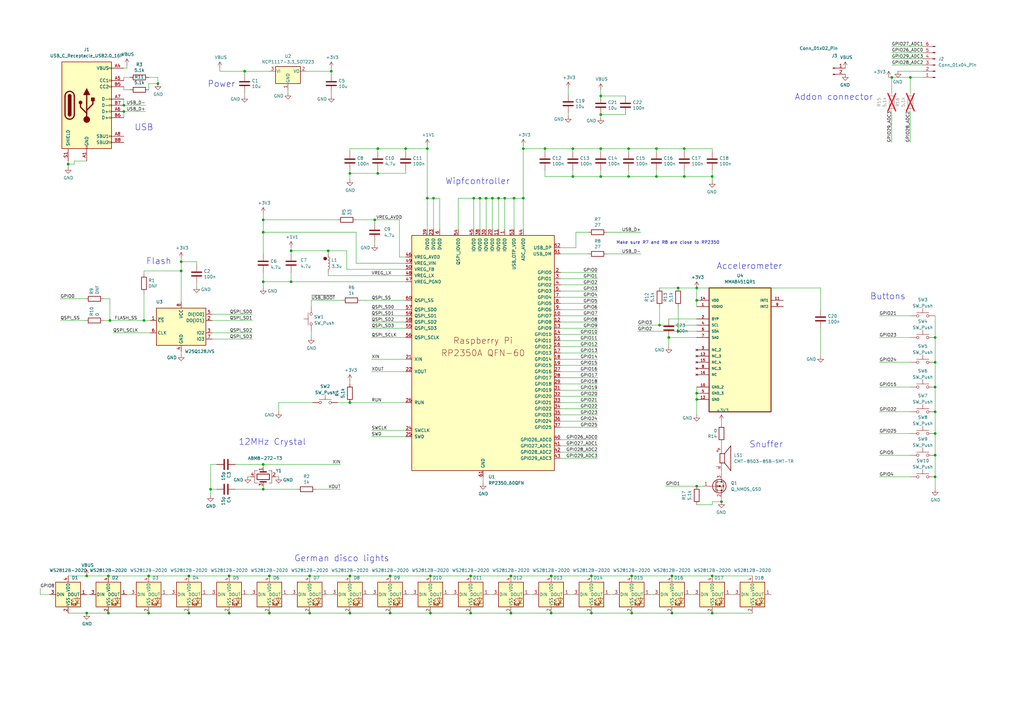
<source format=kicad_sch>
(kicad_sch (version 20250114) (generator "eeschema") (generator_version "9.0")
  (paper "A3")
  (title_block (title "DM14 RP2350A Wipf devboard") (date "2025-08-01") (rev "REV1") (company "Dinkeldev"))
  (circle (center 133.35 106.045) (radius 0.635) (stroke (width 0) (color 132 0 0 1)) (fill (type color) (color 132 0 0 1)))
  (text "Snuffer" (at 307.34 183.896 0) (effects (font (size 2.54 2.54)) (justify left bottom)))
  (text "Flash" (at 59.944 108.712 0) (effects (font (size 2.54 2.54)) (justify left bottom)))
  (text "Wipfcontroller" (at 182.626 75.946 0) (effects (font (size 2.54 2.54)) (justify left bottom)))
  (text "Make sure R7 and R8 are close to RP2350\n" (at 252.73 100.33 0) (effects (font (size 1.27 1.27)) (justify left bottom)))
  (text "USB" (at 55.118 53.848 0) (effects (font (size 2.54 2.54)) (justify left bottom)))
  (text "Addon connector" (at 325.882 41.402 0) (effects (font (size 2.54 2.54)) (justify left bottom)))
  (text "Buttons" (at 356.87 123.19 0) (effects (font (size 2.54 2.54)) (justify left bottom)))
  (text "German disco lights" (at 120.65 230.632 0) (effects (font (size 2.54 2.54)) (justify left bottom)))
  (text "12MHz Crystal" (at 97.79 182.88 0) (effects (font (size 2.54 2.54)) (justify left bottom)))
  (text "Power" (at 85.09 36.068 0) (effects (font (size 2.54 2.54)) (justify left bottom)))
  (text "Accelerometer" (at 293.878 110.744 0) (effects (font (size 2.54 2.54)) (justify left bottom)))
  (junction (at 257.81 60.96))
  (junction (at 143.51 251.46))
  (junction (at 93.98 236.22))
  (junction (at 270.51 133.35))
  (junction (at 153.67 90.17))
  (junction (at 143.51 165.1))
  (junction (at 285.75 118.11))
  (junction (at 119.38 102.87))
  (junction (at 50.8 45.72))
  (junction (at 194.31 81.28))
  (junction (at 280.67 72.39))
  (junction (at 110.49 236.22))
  (junction (at 175.26 81.28))
  (junction (at 176.53 251.46))
  (junction (at 259.08 251.46))
  (junction (at 242.57 236.22))
  (junction (at 154.94 71.12))
  (junction (at 278.13 135.89))
  (junction (at 246.38 39.37))
  (junction (at 214.63 60.96))
  (junction (at 209.55 251.46))
  (junction (at 143.51 236.22))
  (junction (at 274.32 138.43))
  (junction (at 196.85 81.28))
  (junction (at 107.95 190.5))
  (junction (at 134.62 102.87))
  (junction (at 226.06 251.46))
  (junction (at 285.75 123.19))
  (junction (at 27.94 67.31))
  (junction (at 383.54 148.59))
  (junction (at 127 251.46))
  (junction (at 278.13 118.11))
  (junction (at 119.38 115.57))
  (junction (at 60.96 236.22))
  (junction (at 223.52 60.96))
  (junction (at 35.56 251.46))
  (junction (at 285.75 163.83))
  (junction (at 373.38 31.75))
  (junction (at 210.82 81.28))
  (junction (at 44.45 251.46))
  (junction (at 86.36 200.66))
  (junction (at 44.45 236.22))
  (junction (at 365.76 31.75))
  (junction (at 154.94 60.96))
  (junction (at 207.01 81.28))
  (junction (at 60.96 251.46))
  (junction (at 383.54 177.8))
  (junction (at 269.24 72.39))
  (junction (at 193.04 251.46))
  (junction (at 275.59 236.22))
  (junction (at 259.08 236.22))
  (junction (at 383.54 186.69))
  (junction (at 292.1 72.39))
  (junction (at 193.04 236.22))
  (junction (at 246.38 72.39))
  (junction (at 110.49 251.46))
  (junction (at 204.47 81.28))
  (junction (at 74.295 107.315))
  (junction (at 199.39 81.28))
  (junction (at 175.26 60.96))
  (junction (at 74.295 111.125))
  (junction (at 107.95 115.57))
  (junction (at 280.67 60.96))
  (junction (at 257.81 72.39))
  (junction (at 269.24 60.96))
  (junction (at 160.02 251.46))
  (junction (at 100.33 29.21))
  (junction (at 166.37 60.96))
  (junction (at 292.1 251.46))
  (junction (at 77.47 251.46))
  (junction (at 77.47 236.22))
  (junction (at 246.38 46.99))
  (junction (at 383.54 158.75))
  (junction (at 234.95 60.96))
  (junction (at 226.06 236.22))
  (junction (at 107.95 200.66))
  (junction (at 383.54 195.58))
  (junction (at 234.95 72.39))
  (junction (at 127 236.22))
  (junction (at 214.63 81.28))
  (junction (at 383.54 168.91))
  (junction (at 292.1 236.22))
  (junction (at 285.75 199.39))
  (junction (at 107.95 90.17))
  (junction (at 176.53 236.22))
  (junction (at 64.77 34.29))
  (junction (at 177.8 81.28))
  (junction (at 246.38 60.96))
  (junction (at 59.055 131.445))
  (junction (at 45.085 131.445))
  (junction (at 383.54 138.43))
  (junction (at 209.55 236.22))
  (junction (at 93.98 251.46))
  (junction (at 295.91 205.74))
  (junction (at 135.89 29.21))
  (junction (at 285.75 161.29))
  (junction (at 160.02 236.22))
  (junction (at 275.59 251.46))
  (junction (at 50.8 43.18))
  (junction (at 201.93 81.28))
  (junction (at 107.95 95.25))
  (junction (at 143.51 71.12))
  (junction (at 242.57 251.46))
  (junction (at 35.56 236.22))
  (wire (pts (xy 229.87 127) (xy 245.11 127)))
  (wire (pts (xy 153.67 100.33) (xy 153.67 99.06)))
  (wire (pts (xy 24.765 122.555) (xy 34.925 122.555)))
  (wire (pts (xy 146.05 95.25) (xy 146.05 107.95)))
  (wire (pts (xy 60.96 251.46) (xy 77.47 251.46)))
  (wire (pts (xy 373.38 138.43) (xy 360.68 138.43)))
  (wire (pts (xy 229.87 185.42) (xy 245.11 185.42)))
  (wire (pts (xy 44.45 251.46) (xy 60.96 251.46)))
  (wire (pts (xy 154.94 60.96) (xy 166.37 60.96)))
  (wire (pts (xy 229.87 129.54) (xy 245.11 129.54)))
  (wire (pts (xy 135.89 29.21) (xy 135.89 27.94)))
  (wire (pts (xy 383.54 148.59) (xy 383.54 158.75)))
  (wire (pts (xy 107.95 191.77) (xy 107.95 190.5)))
  (wire (pts (xy 383.54 129.54) (xy 383.54 138.43)))
  (wire (pts (xy 30.48 66.04) (xy 35.56 66.04)))
  (wire (pts (xy 234.95 62.23) (xy 234.95 60.96)))
  (wire (pts (xy 234.95 69.85) (xy 234.95 72.39)))
  (wire (pts (xy 163.83 90.17) (xy 163.83 105.41)))
  (wire (pts (xy 207.01 81.28) (xy 210.82 81.28)))
  (wire (pts (xy 154.94 62.23) (xy 154.94 60.96)))
  (wire (pts (xy 166.37 138.43) (xy 152.4 138.43)))
  (wire (pts (xy 295.91 205.74) (xy 295.91 204.47)))
  (wire (pts (xy 154.94 71.12) (xy 166.37 71.12)))
  (wire (pts (xy 27.94 66.04) (xy 27.94 67.31)))
  (wire (pts (xy 229.87 167.64) (xy 245.11 167.64)))
  (wire (pts (xy 229.87 111.76) (xy 245.11 111.76)))
  (wire (pts (xy 143.51 69.85) (xy 143.51 71.12)))
  (wire (pts (xy 90.17 27.94) (xy 90.17 29.21)))
  (wire (pts (xy 153.67 90.17) (xy 163.83 90.17)))
  (wire (pts (xy 285.75 163.83) (xy 285.75 170.18)))
  (wire (pts (xy 288.29 199.39) (xy 285.75 199.39)))
  (wire (pts (xy 229.87 162.56) (xy 245.11 162.56)))
  (wire (pts (xy 292.1 251.46) (xy 308.61 251.46)))
  (wire (pts (xy 360.68 158.75) (xy 373.38 158.75)))
  (wire (pts (xy 143.51 236.22) (xy 160.02 236.22)))
  (wire (pts (xy 44.45 236.22) (xy 60.96 236.22)))
  (wire (pts (xy 336.55 134.62) (xy 336.55 146.05)))
  (wire (pts (xy 246.38 62.23) (xy 246.38 60.96)))
  (wire (pts (xy 127.635 123.19) (xy 127.635 125.73)))
  (wire (pts (xy 166.37 176.53) (xy 152.4 176.53)))
  (wire (pts (xy 383.54 195.58) (xy 383.54 200.66)))
  (wire (pts (xy 360.68 186.69) (xy 373.38 186.69)))
  (wire (pts (xy 285.75 158.75) (xy 285.75 161.29)))
  (wire (pts (xy 107.95 90.17) (xy 107.95 95.25)))
  (wire (pts (xy 151.13 243.84) (xy 152.4 243.84)))
  (wire (pts (xy 60.96 31.75) (xy 64.77 31.75)))
  (wire (pts (xy 223.52 62.23) (xy 223.52 60.96)))
  (wire (pts (xy 107.95 200.66) (xy 121.92 200.66)))
  (wire (pts (xy 160.02 236.22) (xy 176.53 236.22)))
  (wire (pts (xy 383.54 138.43) (xy 383.54 148.59)))
  (wire (pts (xy 223.52 69.85) (xy 223.52 72.39)))
  (wire (pts (xy 107.95 95.25) (xy 146.05 95.25)))
  (wire (pts (xy 373.38 148.59) (xy 360.68 148.59)))
  (wire (pts (xy 85.09 243.84) (xy 86.36 243.84)))
  (wire (pts (xy 107.95 95.25) (xy 107.95 104.14)))
  (wire (pts (xy 86.36 200.66) (xy 86.36 203.2)))
  (wire (pts (xy 378.46 24.13) (xy 365.76 24.13)))
  (wire (pts (xy 199.39 93.98) (xy 199.39 81.28)))
  (wire (pts (xy 50.8 31.75) (xy 53.34 31.75)))
  (wire (pts (xy 30.48 66.04) (xy 30.48 67.31)))
  (wire (pts (xy 364.49 31.75) (xy 365.76 31.75)))
  (wire (pts (xy 373.38 168.91) (xy 360.68 168.91)))
  (wire (pts (xy 187.96 93.98) (xy 187.96 81.28)))
  (wire (pts (xy 266.7 243.84) (xy 267.97 243.84)))
  (wire (pts (xy 101.6 243.84) (xy 102.87 243.84)))
  (wire (pts (xy 46.355 136.525) (xy 61.595 136.525)))
  (wire (pts (xy 74.295 106.045) (xy 74.295 107.315)))
  (wire (pts (xy 200.66 243.84) (xy 201.93 243.84)))
  (wire (pts (xy 86.36 190.5) (xy 86.36 200.66)))
  (wire (pts (xy 210.82 81.28) (xy 214.63 81.28)))
  (wire (pts (xy 285.75 118.11) (xy 336.55 118.11)))
  (wire (pts (xy 257.81 60.96) (xy 269.24 60.96)))
  (wire (pts (xy 285.75 207.01) (xy 292.1 207.01)))
  (wire (pts (xy 88.9 190.5) (xy 86.36 190.5)))
  (wire (pts (xy 153.67 90.17) (xy 153.67 91.44)))
  (wire (pts (xy 176.53 236.22) (xy 193.04 236.22)))
  (wire (pts (xy 269.24 72.39) (xy 257.81 72.39)))
  (wire (pts (xy 229.87 175.26) (xy 245.11 175.26)))
  (wire (pts (xy 42.545 122.555) (xy 45.085 122.555)))
  (wire (pts (xy 201.93 81.28) (xy 204.47 81.28)))
  (wire (pts (xy 383.54 186.69) (xy 383.54 195.58)))
  (wire (pts (xy 50.8 43.18) (xy 59.69 43.18)))
  (wire (pts (xy 16.51 241.3) (xy 16.51 243.84)))
  (wire (pts (xy 234.95 72.39) (xy 223.52 72.39)))
  (wire (pts (xy 269.24 69.85) (xy 269.24 72.39)))
  (wire (pts (xy 175.26 60.96) (xy 175.26 81.28)))
  (wire (pts (xy 196.85 81.28) (xy 199.39 81.28)))
  (wire (pts (xy 274.32 138.43) (xy 274.32 142.24)))
  (wire (pts (xy 229.87 139.7) (xy 245.11 139.7)))
  (wire (pts (xy 201.93 93.98) (xy 201.93 81.28)))
  (wire (pts (xy 59.055 111.125) (xy 74.295 111.125)))
  (wire (pts (xy 233.68 243.84) (xy 234.95 243.84)))
  (wire (pts (xy 146.05 107.95) (xy 166.37 107.95)))
  (wire (pts (xy 373.38 129.54) (xy 360.68 129.54)))
  (wire (pts (xy 199.39 81.28) (xy 201.93 81.28)))
  (wire (pts (xy 100.33 30.48) (xy 100.33 29.21)))
  (wire (pts (xy 107.95 87.63) (xy 107.95 90.17)))
  (wire (pts (xy 107.95 115.57) (xy 119.38 115.57)))
  (wire (pts (xy 229.87 132.08) (xy 245.11 132.08)))
  (wire (pts (xy 114.3 165.1) (xy 128.27 165.1)))
  (wire (pts (xy 234.95 60.96) (xy 246.38 60.96)))
  (wire (pts (xy 20.32 243.84) (xy 16.51 243.84)))
  (wire (pts (xy 59.055 112.395) (xy 59.055 111.125)))
  (wire (pts (xy 119.38 104.14) (xy 119.38 102.87)))
  (wire (pts (xy 242.57 251.46) (xy 259.08 251.46)))
  (wire (pts (xy 229.87 114.3) (xy 245.11 114.3)))
  (wire (pts (xy 373.38 31.75) (xy 378.46 31.75)))
  (wire (pts (xy 93.98 251.46) (xy 110.49 251.46)))
  (wire (pts (xy 86.995 139.065) (xy 103.505 139.065)))
  (wire (pts (xy 127 236.22) (xy 143.51 236.22)))
  (wire (pts (xy 166.37 123.19) (xy 147.955 123.19)))
  (wire (pts (xy 50.8 35.56) (xy 50.8 36.83)))
  (wire (pts (xy 143.51 62.23) (xy 143.51 60.96)))
  (wire (pts (xy 107.95 111.76) (xy 107.95 115.57)))
  (wire (pts (xy 259.08 251.46) (xy 275.59 251.46)))
  (wire (pts (xy 246.38 36.83) (xy 246.38 39.37)))
  (wire (pts (xy 166.37 110.49) (xy 142.24 110.49)))
  (wire (pts (xy 59.055 120.015) (xy 59.055 131.445)))
  (wire (pts (xy 74.295 144.145) (xy 74.295 145.415)))
  (wire (pts (xy 365.76 31.75) (xy 373.38 31.75)))
  (wire (pts (xy 217.17 243.84) (xy 218.44 243.84)))
  (wire (pts (xy 229.87 172.72) (xy 245.11 172.72)))
  (wire (pts (xy 261.62 135.89) (xy 278.13 135.89)))
  (wire (pts (xy 140.335 123.19) (xy 127.635 123.19)))
  (wire (pts (xy 27.94 236.22) (xy 35.56 236.22)))
  (wire (pts (xy 246.38 46.99) (xy 246.38 48.26)))
  (wire (pts (xy 184.15 243.84) (xy 185.42 243.84)))
  (wire (pts (xy 229.87 187.96) (xy 245.11 187.96)))
  (wire (pts (xy 248.92 104.14) (xy 262.89 104.14)))
  (wire (pts (xy 175.26 81.28) (xy 175.26 93.98)))
  (wire (pts (xy 295.91 194.31) (xy 295.91 193.04)))
  (wire (pts (xy 373.38 31.75) (xy 373.38 38.1)))
  (wire (pts (xy 59.055 131.445) (xy 61.595 131.445)))
  (wire (pts (xy 214.63 81.28) (xy 214.63 93.98)))
  (wire (pts (xy 283.21 243.84) (xy 284.48 243.84)))
  (wire (pts (xy 119.38 101.6) (xy 119.38 102.87)))
  (wire (pts (xy 129.54 200.66) (xy 139.7 200.66)))
  (wire (pts (xy 96.52 200.66) (xy 107.95 200.66)))
  (wire (pts (xy 119.38 115.57) (xy 166.37 115.57)))
  (wire (pts (xy 274.32 138.43) (xy 285.75 138.43)))
  (wire (pts (xy 107.95 115.57) (xy 107.95 118.11)))
  (wire (pts (xy 90.17 29.21) (xy 100.33 29.21)))
  (wire (pts (xy 88.9 200.66) (xy 86.36 200.66)))
  (wire (pts (xy 107.95 90.17) (xy 138.43 90.17)))
  (wire (pts (xy 74.295 111.125) (xy 74.295 123.825)))
  (wire (pts (xy 143.51 71.12) (xy 143.51 73.66)))
  (wire (pts (xy 204.47 81.28) (xy 207.01 81.28)))
  (wire (pts (xy 24.765 131.445) (xy 34.925 131.445)))
  (wire (pts (xy 125.73 29.21) (xy 135.89 29.21)))
  (wire (pts (xy 229.87 170.18) (xy 245.11 170.18)))
  (wire (pts (xy 154.94 69.85) (xy 154.94 71.12)))
  (wire (pts (xy 160.02 251.46) (xy 176.53 251.46)))
  (wire (pts (xy 373.38 45.72) (xy 373.38 58.42)))
  (wire (pts (xy 269.24 60.96) (xy 280.67 60.96)))
  (wire (pts (xy 226.06 251.46) (xy 242.57 251.46)))
  (wire (pts (xy 365.76 45.72) (xy 365.76 58.42)))
  (wire (pts (xy 74.295 107.315) (xy 74.295 111.125)))
  (wire (pts (xy 270.51 118.11) (xy 278.13 118.11)))
  (wire (pts (xy 292.1 69.85) (xy 292.1 72.39)))
  (wire (pts (xy 143.51 165.1) (xy 166.37 165.1)))
  (wire (pts (xy 285.75 161.29) (xy 285.75 163.83)))
  (wire (pts (xy 42.545 131.445) (xy 45.085 131.445)))
  (wire (pts (xy 86.995 136.525) (xy 103.505 136.525)))
  (wire (pts (xy 152.4 147.32) (xy 166.37 147.32)))
  (wire (pts (xy 198.12 195.58) (xy 198.12 198.12)))
  (wire (pts (xy 167.64 243.84) (xy 168.91 243.84)))
  (wire (pts (xy 93.98 236.22) (xy 110.49 236.22)))
  (wire (pts (xy 127 251.46) (xy 143.51 251.46)))
  (wire (pts (xy 152.4 132.08) (xy 166.37 132.08)))
  (wire (pts (xy 101.6 195.58) (xy 102.87 195.58)))
  (wire (pts (xy 100.33 38.1) (xy 100.33 39.37)))
  (wire (pts (xy 180.34 81.28) (xy 180.34 93.98)))
  (wire (pts (xy 194.31 93.98) (xy 194.31 81.28)))
  (wire (pts (xy 229.87 182.88) (xy 245.11 182.88)))
  (wire (pts (xy 229.87 116.84) (xy 245.11 116.84)))
  (wire (pts (xy 143.51 60.96) (xy 154.94 60.96)))
  (wire (pts (xy 35.56 236.22) (xy 44.45 236.22)))
  (wire (pts (xy 142.24 110.49) (xy 142.24 102.87)))
  (wire (pts (xy 292.1 207.01) (xy 292.1 205.74)))
  (wire (pts (xy 80.645 107.315) (xy 74.295 107.315)))
  (wire (pts (xy 229.87 137.16) (xy 245.11 137.16)))
  (wire (pts (xy 280.67 62.23) (xy 280.67 60.96)))
  (wire (pts (xy 152.4 127) (xy 166.37 127)))
  (wire (pts (xy 236.22 95.25) (xy 236.22 101.6)))
  (wire (pts (xy 229.87 144.78) (xy 245.11 144.78)))
  (wire (pts (xy 383.54 177.8) (xy 383.54 186.69)))
  (wire (pts (xy 36.83 243.84) (xy 35.56 243.84)))
  (wire (pts (xy 257.81 69.85) (xy 257.81 72.39)))
  (wire (pts (xy 35.56 251.46) (xy 44.45 251.46)))
  (wire (pts (xy 214.63 59.69) (xy 214.63 60.96)))
  (wire (pts (xy 257.81 62.23) (xy 257.81 60.96)))
  (wire (pts (xy 278.13 135.89) (xy 285.75 135.89)))
  (wire (pts (xy 336.55 127) (xy 336.55 118.11)))
  (wire (pts (xy 229.87 154.94) (xy 245.11 154.94)))
  (wire (pts (xy 146.05 90.17) (xy 153.67 90.17)))
  (wire (pts (xy 152.4 129.54) (xy 166.37 129.54)))
  (wire (pts (xy 50.8 40.64) (xy 50.8 43.18)))
  (wire (pts (xy 152.4 134.62) (xy 166.37 134.62)))
  (wire (pts (xy 285.75 123.19) (xy 285.75 125.73)))
  (wire (pts (xy 269.24 62.23) (xy 269.24 60.96)))
  (wire (pts (xy 246.38 39.37) (xy 256.54 39.37)))
  (wire (pts (xy 60.96 236.22) (xy 77.47 236.22)))
  (wire (pts (xy 229.87 134.62) (xy 245.11 134.62)))
  (wire (pts (xy 274.32 130.81) (xy 285.75 130.81)))
  (wire (pts (xy 143.51 156.21) (xy 143.51 157.48)))
  (wire (pts (xy 127.635 135.89) (xy 127.635 138.43)))
  (wire (pts (xy 285.75 199.39) (xy 273.05 199.39)))
  (wire (pts (xy 280.67 72.39) (xy 269.24 72.39)))
  (wire (pts (xy 110.49 236.22) (xy 127 236.22)))
  (wire (pts (xy 80.645 108.585) (xy 80.645 107.315)))
  (wire (pts (xy 233.045 36.195) (xy 233.045 38.735)))
  (wire (pts (xy 166.37 60.96) (xy 175.26 60.96)))
  (wire (pts (xy 229.87 160.02) (xy 245.11 160.02)))
  (wire (pts (xy 246.38 60.96) (xy 257.81 60.96)))
  (wire (pts (xy 246.38 46.99) (xy 256.54 46.99)))
  (wire (pts (xy 257.81 72.39) (xy 246.38 72.39)))
  (wire (pts (xy 275.59 251.46) (xy 292.1 251.46)))
  (wire (pts (xy 214.63 60.96) (xy 223.52 60.96)))
  (wire (pts (xy 134.62 113.03) (xy 166.37 113.03)))
  (wire (pts (xy 119.38 111.76) (xy 119.38 115.57)))
  (wire (pts (xy 229.87 149.86) (xy 245.11 149.86)))
  (wire (pts (xy 143.51 251.46) (xy 160.02 251.46)))
  (wire (pts (xy 378.46 26.67) (xy 365.76 26.67)))
  (wire (pts (xy 64.77 31.75) (xy 64.77 34.29)))
  (wire (pts (xy 119.38 102.87) (xy 134.62 102.87)))
  (wire (pts (xy 134.62 243.84) (xy 135.89 243.84)))
  (wire (pts (xy 30.48 67.31) (xy 27.94 67.31)))
  (wire (pts (xy 295.91 172.72) (xy 295.91 173.99)))
  (wire (pts (xy 50.8 36.83) (xy 53.34 36.83)))
  (wire (pts (xy 246.38 69.85) (xy 246.38 72.39)))
  (wire (pts (xy 166.37 179.07) (xy 152.4 179.07)))
  (wire (pts (xy 368.3 29.21) (xy 378.46 29.21)))
  (wire (pts (xy 209.55 251.46) (xy 226.06 251.46)))
  (wire (pts (xy 226.06 236.22) (xy 242.57 236.22)))
  (wire (pts (xy 236.22 95.25) (xy 241.3 95.25)))
  (wire (pts (xy 177.8 81.28) (xy 180.34 81.28)))
  (wire (pts (xy 176.53 251.46) (xy 193.04 251.46)))
  (wire (pts (xy 113.03 195.58) (xy 114.3 195.58)))
  (wire (pts (xy 196.85 93.98) (xy 196.85 81.28)))
  (wire (pts (xy 292.1 236.22) (xy 308.61 236.22)))
  (wire (pts (xy 378.46 19.05) (xy 365.76 19.05)))
  (wire (pts (xy 229.87 165.1) (xy 245.11 165.1)))
  (wire (pts (xy 52.07 243.84) (xy 53.34 243.84)))
  (wire (pts (xy 270.51 133.35) (xy 285.75 133.35)))
  (wire (pts (xy 68.58 243.84) (xy 69.85 243.84)))
  (wire (pts (xy 248.92 95.25) (xy 262.89 95.25)))
  (wire (pts (xy 259.08 236.22) (xy 275.59 236.22)))
  (wire (pts (xy 210.82 93.98) (xy 210.82 81.28)))
  (wire (pts (xy 110.49 251.46) (xy 127 251.46)))
  (wire (pts (xy 175.26 59.69) (xy 175.26 60.96)))
  (wire (pts (xy 229.87 119.38) (xy 245.11 119.38)))
  (wire (pts (xy 280.67 72.39) (xy 292.1 72.39)))
  (wire (pts (xy 292.1 72.39) (xy 292.1 74.295)))
  (wire (pts (xy 77.47 251.46) (xy 93.98 251.46)))
  (wire (pts (xy 134.62 113.03) (xy 134.62 111.76)))
  (wire (pts (xy 229.87 157.48) (xy 245.11 157.48)))
  (wire (pts (xy 118.11 243.84) (xy 119.38 243.84)))
  (wire (pts (xy 45.085 122.555) (xy 45.085 131.445)))
  (wire (pts (xy 278.13 125.73) (xy 278.13 135.89)))
  (wire (pts (xy 229.87 180.34) (xy 245.11 180.34)))
  (wire (pts (xy 280.67 60.96) (xy 292.1 60.96)))
  (wire (pts (xy 60.96 34.29) (xy 64.77 34.29)))
  (wire (pts (xy 194.31 81.28) (xy 196.85 81.28)))
  (wire (pts (xy 204.47 93.98) (xy 204.47 81.28)))
  (wire (pts (xy 365.76 31.75) (xy 365.76 38.1)))
  (wire (pts (xy 52.07 27.94) (xy 50.8 27.94)))
  (wire (pts (xy 229.87 152.4) (xy 245.11 152.4)))
  (wire (pts (xy 134.62 102.87) (xy 134.62 104.14)))
  (wire (pts (xy 50.8 33.02) (xy 50.8 31.75)))
  (wire (pts (xy 50.8 45.72) (xy 50.8 48.26)))
  (wire (pts (xy 118.11 36.83) (xy 118.11 38.1)))
  (wire (pts (xy 383.54 168.91) (xy 383.54 177.8)))
  (wire (pts (xy 360.68 195.58) (xy 373.38 195.58)))
  (wire (pts (xy 229.87 147.32) (xy 245.11 147.32)))
  (wire (pts (xy 45.085 131.445) (xy 59.055 131.445)))
  (wire (pts (xy 295.91 181.61) (xy 295.91 182.88)))
  (wire (pts (xy 50.8 45.72) (xy 59.69 45.72)))
  (wire (pts (xy 166.37 62.23) (xy 166.37 60.96)))
  (wire (pts (xy 250.19 243.84) (xy 251.46 243.84)))
  (wire (pts (xy 229.87 101.6) (xy 236.22 101.6)))
  (wire (pts (xy 373.38 177.8) (xy 360.68 177.8)))
  (wire (pts (xy 135.89 30.48) (xy 135.89 29.21)))
  (wire (pts (xy 246.38 72.39) (xy 234.95 72.39)))
  (wire (pts (xy 143.51 71.12) (xy 154.94 71.12)))
  (wire (pts (xy 187.96 81.28) (xy 194.31 81.28)))
  (wire (pts (xy 193.04 251.46) (xy 209.55 251.46)))
  (wire (pts (xy 270.51 125.73) (xy 270.51 133.35)))
  (wire (pts (xy 27.94 251.46) (xy 35.56 251.46)))
  (wire (pts (xy 177.8 81.28) (xy 175.26 81.28)))
  (wire (pts (xy 110.49 29.21) (xy 100.33 29.21)))
  (wire (pts (xy 261.62 133.35) (xy 270.51 133.35)))
  (wire (pts (xy 207.01 81.28) (xy 207.01 93.98)))
  (wire (pts (xy 107.95 190.5) (xy 139.7 190.5)))
  (wire (pts (xy 27.94 67.31) (xy 27.94 68.58)))
  (wire (pts (xy 135.89 38.1) (xy 135.89 39.37)))
  (wire (pts (xy 229.87 104.14) (xy 241.3 104.14)))
  (wire (pts (xy 142.24 102.87) (xy 134.62 102.87)))
  (wire (pts (xy 114.3 165.1) (xy 114.3 168.91)))
  (wire (pts (xy 107.95 199.39) (xy 107.95 200.66)))
  (wire (pts (xy 229.87 124.46) (xy 245.11 124.46)))
  (wire (pts (xy 229.87 142.24) (xy 245.11 142.24)))
  (wire (pts (xy 214.63 60.96) (xy 214.63 81.28)))
  (wire (pts (xy 242.57 236.22) (xy 259.08 236.22)))
  (wire (pts (xy 229.87 121.92) (xy 245.11 121.92)))
  (wire (pts (xy 275.59 236.22) (xy 292.1 236.22)))
  (wire (pts (xy 299.72 243.84) (xy 300.99 243.84)))
  (wire (pts (xy 163.83 105.41) (xy 166.37 105.41)))
  (wire (pts (xy 233.045 46.355) (xy 233.045 47.625)))
  (wire (pts (xy 292.1 205.74) (xy 295.91 205.74)))
  (wire (pts (xy 209.55 236.22) (xy 226.06 236.22)))
  (wire (pts (xy 86.995 128.905) (xy 103.505 128.905)))
  (wire (pts (xy 223.52 60.96) (xy 234.95 60.96)))
  (wire (pts (xy 166.37 152.4) (xy 152.4 152.4)))
  (wire (pts (xy 383.54 158.75) (xy 383.54 168.91)))
  (wire (pts (xy 292.1 62.23) (xy 292.1 60.96)))
  (wire (pts (xy 378.46 21.59) (xy 365.76 21.59)))
  (wire (pts (xy 96.52 190.5) (xy 107.95 190.5)))
  (wire (pts (xy 278.13 118.11) (xy 285.75 118.11)))
  (wire (pts (xy 86.995 131.445) (xy 103.505 131.445)))
  (wire (pts (xy 166.37 71.12) (xy 166.37 69.85)))
  (wire (pts (xy 60.96 36.83) (xy 60.96 34.29)))
  (wire (pts (xy 52.07 26.67) (xy 52.07 27.94)))
  (wire (pts (xy 177.8 93.98) (xy 177.8 81.28)))
  (wire (pts (xy 138.43 165.1) (xy 143.51 165.1)))
  (wire (pts (xy 280.67 69.85) (xy 280.67 72.39)))
  (wire (pts (xy 77.47 236.22) (xy 93.98 236.22)))
  (wire (pts (xy 285.75 118.11) (xy 285.75 123.19)))
  (wire (pts (xy 193.04 236.22) (xy 209.55 236.22)))
  (wire (pts (xy 80.645 116.205) (xy 80.645 117.475)))
  (label "XIN" (at 152.4 147.32 0))
  (label "USB_D+" (at 262.89 95.25 180))
  (label "GPIO26_ADC0" (at 245.11 180.34 180))
  (label "QSPI_SS" (at 24.765 131.445 0))
  (label "GPIO29_ADC3" (at 365.76 24.13 0))
  (label "XOUT" (at 152.4 152.4 0))
  (label "GPIO2" (at 245.11 116.84 180))
  (label "GPIO1" (at 245.11 114.3 180))
  (label "GPIO21" (at 360.68 129.54 0))
  (label "GPIO15" (at 360.68 158.75 0))
  (label "GPIO3" (at 261.62 133.35 0))
  (label "GPIO28_ADC2" (at 365.76 26.67 0))
  (label "GPIO0" (at 24.765 122.555 0))
  (label "QSPI_SD2" (at 103.505 136.525 180))
  (label "FLASH_SS" (at 46.99 131.445 0))
  (label "GPIO25" (at 360.68 177.8 0))
  (label "GPIO0" (at 245.11 111.76 180))
  (label "GPIO14" (at 245.11 147.32 180))
  (label "GPIO1" (at 273.05 199.39 0))
  (label "RUN" (at 152.4 165.1 0))
  (label "GPIO27_ADC1" (at 365.76 19.05 0))
  (label "QSPI_SD0" (at 152.4 127 0))
  (label "QSPI_SD0" (at 103.505 128.905 180))
  (label "QSPI_SS" (at 152.4 123.19 0))
  (label "SWCLK" (at 152.4 176.53 0))
  (label "GPIO2" (at 261.62 135.89 0))
  (label "GPIO25" (at 245.11 175.26 180))
  (label "QSPI_SD3" (at 103.505 139.065 180))
  (label "GPIO24" (at 245.11 172.72 180))
  (label "GPIO4" (at 245.11 121.92 180))
  (label "XOUT" (at 139.7 200.66 180))
  (label "GPIO29_ADC3" (at 365.76 58.42 90))
  (label "GPIO5" (at 245.11 124.46 180))
  (label "QSPI_SD2" (at 152.4 132.08 0))
  (label "GPIO19" (at 245.11 160.02 180))
  (label "USB_D+" (at 59.69 45.72 180))
  (label "USB_D-" (at 262.89 104.14 180))
  (label "GPIO8" (at 245.11 132.08 180))
  (label "~{USB_BOOT}" (at 127.635 123.19 0))
  (label "XIN" (at 139.7 190.5 180))
  (label "GPIO10" (at 245.11 137.16 180))
  (label "VREG_AVDD" (at 154.305 90.17 0))
  (label "GPIO18" (at 245.11 157.48 180))
  (label "GPIO5" (at 360.68 186.69 0))
  (label "GPIO9" (at 245.11 134.62 180))
  (label "GPIO20" (at 245.11 162.56 180))
  (label "GPIO28_ADC2" (at 373.38 58.42 90))
  (label "USB_D-" (at 59.69 43.18 180))
  (label "GPIO22" (at 360.68 168.91 0))
  (label "GPIO26_ADC0" (at 365.76 21.59 0))
  (label "GPIO8" (at 16.51 241.3 0))
  (label "GPIO12" (at 245.11 142.24 180))
  (label "GPIO4" (at 360.68 195.58 0))
  (label "GPIO22" (at 245.11 167.64 180))
  (label "QSPI_SD1" (at 152.4 129.54 0))
  (label "QSPI_SCLK" (at 152.4 138.43 0))
  (label "QSPI_SCLK" (at 46.355 136.525 0))
  (label "GPIO13" (at 245.11 144.78 180))
  (label "GPIO17" (at 245.11 154.94 180))
  (label "GPIO29_ADC3" (at 245.11 187.96 180))
  (label "GPIO28_ADC2" (at 245.11 185.42 180))
  (label "GPIO27_ADC1" (at 245.11 182.88 180))
  (label "GPIO3" (at 245.11 119.38 180))
  (label "GPIO11" (at 245.11 139.7 180))
  (label "QSPI_SD1" (at 103.505 131.445 180))
  (label "VREG_LX" (at 152.4 113.03 0))
  (label "SWD" (at 152.4 179.07 0))
  (label "GPIO7" (at 245.11 129.54 180))
  (label "GPIO24" (at 360.68 148.59 0))
  (label "GPIO6" (at 245.11 127 180))
  (label "GPIO23" (at 360.68 138.43 0))
  (label "GPIO15" (at 245.11 149.86 180))
  (label "GPIO21" (at 245.11 165.1 180))
  (label "GPIO16" (at 245.11 152.4 180))
  (label "QSPI_SD3" (at 152.4 134.62 0))
  (label "GPIO23" (at 245.11 170.18 180))
  (symbol (lib_id "Memory_Flash:W25Q128JVS") (at 74.295 133.985 0) (unit 1)
    (property "Reference" "U3" (at 65.405 123.825 0))
    (property "Value" "W25Q128JVS" (at 81.915 144.145 0))
    (property "Footprint" "Package_SO:SOIC-8_5.23x5.23mm_P1.27mm" (effects (hide yes)))
    (property "Datasheet" "http://www.winbond.com/resource-files/w25q128jv_dtr%20revc%2003272018%20plus.pdf" (effects (hide yes)))
  )
  (symbol (lib_id "power:+3V3") (at 74.295 106.045 0) (unit 1)
    (property "Reference" "#PWR04" (effects (hide yes)))
    (property "Value" "+3V3" (at 74.676 101.6508 0))
  )
  (symbol (lib_id "power:GND") (at 74.295 145.415 0) (unit 1)
    (property "Reference" "#PWR05" (effects (hide yes)))
    (property "Value" "GND" (at 70.485 146.685 0))
  )
  (symbol (lib_id "Device:R") (at 59.055 116.205 0) (unit 1)
    (property "Reference" "R1" (at 60.833 115.0366 0) (effects (justify left)))
    (property "Value" "DNF" (at 60.833 117.348 0) (effects (justify left)))
    (property "Footprint" "Resistor_SMD:R_0603_1608Metric" (effects (hide yes)))
  )
  (symbol (lib_id "Device:C") (at 80.645 112.395 0) (unit 1)
    (property "Reference" "C2" (at 83.566 111.2266 0) (effects (justify left)))
    (property "Value" "100n" (at 83.566 113.538 0) (effects (justify left)))
    (property "Footprint" "Capacitor_SMD:C_0603_1608Metric" (effects (hide yes)))
  )
  (symbol (lib_id "power:GND") (at 80.645 117.475 0) (unit 1)
    (property "Reference" "#PWR06" (effects (hide yes)))
    (property "Value" "GND" (at 84.455 118.745 0))
  )
  (symbol (lib_id "power:GND") (at 198.12 198.12 0) (unit 1)
    (property "Reference" "#PWR021" (effects (hide yes)))
    (property "Value" "GND" (at 198.247 202.5142 0))
  )
  (symbol (lib_id "Device:R") (at 245.11 95.25 270) (unit 1)
    (property "Reference" "R7" (at 245.11 89.9922 90))
    (property "Value" "27" (at 245.11 92.3036 90))
    (property "Footprint" "Resistor_SMD:R_0603_1608Metric" (effects (hide yes)))
  )
  (symbol (lib_id "Device:R") (at 245.11 104.14 270) (unit 1)
    (property "Reference" "R8" (at 245.11 98.8822 90))
    (property "Value" "27" (at 245.11 101.1936 90))
    (property "Footprint" "Resistor_SMD:R_0603_1608Metric" (effects (hide yes)))
  )
  (symbol (lib_id "power:GND") (at 27.94 68.58 0) (unit 1)
    (property "Reference" "#PWR01" (effects (hide yes)))
    (property "Value" "GND" (at 28.067 72.9742 0))
  )
  (symbol (lib_id "power:+3V3") (at 214.63 59.69 0) (unit 1)
    (property "Reference" "#PWR022" (effects (hide yes)))
    (property "Value" "+3V3" (at 215.011 55.2958 0))
  )
  (symbol (lib_id "Device:C") (at 223.52 66.04 0) (unit 1)
    (property "Reference" "C12" (at 226.441 64.8716 0) (effects (justify left)))
    (property "Value" "100n" (at 226.441 67.183 0) (effects (justify left)))
    (property "Footprint" "Capacitor_SMD:C_0603_1608Metric" (effects (hide yes)))
  )
  (symbol (lib_id "Device:C") (at 234.95 66.04 0) (unit 1)
    (property "Reference" "C13" (at 237.871 64.8716 0) (effects (justify left)))
    (property "Value" "100n" (at 237.871 67.183 0) (effects (justify left)))
    (property "Footprint" "Capacitor_SMD:C_0603_1608Metric" (effects (hide yes)))
  )
  (symbol (lib_id "Device:C") (at 246.38 66.04 0) (unit 1)
    (property "Reference" "C14" (at 249.301 64.8716 0) (effects (justify left)))
    (property "Value" "100n" (at 249.301 67.183 0) (effects (justify left)))
    (property "Footprint" "Capacitor_SMD:C_0603_1608Metric" (effects (hide yes)))
  )
  (symbol (lib_id "Device:C") (at 257.81 66.04 0) (unit 1)
    (property "Reference" "C15" (at 260.731 64.8716 0) (effects (justify left)))
    (property "Value" "100n" (at 260.731 67.183 0) (effects (justify left)))
    (property "Footprint" "Capacitor_SMD:C_0603_1608Metric" (effects (hide yes)))
  )
  (symbol (lib_id "Device:C") (at 269.24 66.04 0) (unit 1)
    (property "Reference" "C16" (at 272.161 64.8716 0) (effects (justify left)))
    (property "Value" "100n" (at 272.161 67.183 0) (effects (justify left)))
    (property "Footprint" "Capacitor_SMD:C_0603_1608Metric" (effects (hide yes)))
  )
  (symbol (lib_id "Device:C") (at 280.67 66.04 0) (unit 1)
    (property "Reference" "C17" (at 283.591 64.8716 0) (effects (justify left)))
    (property "Value" "100n" (at 283.591 67.183 0) (effects (justify left)))
    (property "Footprint" "Capacitor_SMD:C_0603_1608Metric" (effects (hide yes)))
  )
  (symbol (lib_id "Regulator_Linear:NCP1117-3.3_SOT223") (at 118.11 29.21 0) (unit 1)
    (property "Reference" "U2" (at 118.11 23.0632 0))
    (property "Value" "NCP1117-3.3_SOT223" (at 118.11 25.3746 0))
    (property "Footprint" "Package_TO_SOT_SMD:SOT-223-3_TabPin2" (effects (hide yes)))
    (property "Datasheet" "http://www.onsemi.com/pub_link/Collateral/NCP1117-D.PDF" (effects (hide yes)))
  )
  (symbol (lib_id "power:VBUS") (at 90.17 27.94 0) (unit 1)
    (property "Reference" "#PWR02" (effects (hide yes)))
    (property "Value" "VBUS" (at 90.551 23.5458 0))
  )
  (symbol (lib_id "power:GND") (at 118.11 38.1 0) (unit 1)
    (property "Reference" "#PWR08" (effects (hide yes)))
    (property "Value" "GND" (at 114.3 39.37 0))
  )
  (symbol (lib_id "power:+3V3") (at 135.89 27.94 0) (unit 1)
    (property "Reference" "#PWR010" (effects (hide yes)))
    (property "Value" "+3V3" (at 136.271 23.5458 0))
  )
  (symbol (lib_id "Device:C") (at 100.33 34.29 0) (unit 1)
    (property "Reference" "C1" (at 103.251 33.1216 0) (effects (justify left)))
    (property "Value" "10u" (at 103.251 35.433 0) (effects (justify left)))
    (property "Footprint" "Capacitor_SMD:C_0805_2012Metric" (effects (hide yes)))
  )
  (symbol (lib_id "Device:C") (at 135.89 34.29 0) (unit 1)
    (property "Reference" "C5" (at 138.811 33.1216 0) (effects (justify left)))
    (property "Value" "10u" (at 138.811 35.433 0) (effects (justify left)))
    (property "Footprint" "Capacitor_SMD:C_0805_2012Metric" (effects (hide yes)))
  )
  (symbol (lib_id "power:GND") (at 100.33 39.37 0) (unit 1)
    (property "Reference" "#PWR03" (effects (hide yes)))
    (property "Value" "GND" (at 96.52 40.64 0))
  )
  (symbol (lib_id "power:GND") (at 135.89 39.37 0) (unit 1)
    (property "Reference" "#PWR011" (effects (hide yes)))
    (property "Value" "GND" (at 132.08 40.64 0))
  )
  (symbol (lib_id "power:+3V3") (at 233.045 36.195 0) (unit 1)
    (property "Reference" "#PWR027" (effects (hide yes)))
    (property "Value" "+3V3" (at 233.426 31.8008 0))
  )
  (symbol (lib_id "Device:C") (at 233.045 42.545 0) (unit 1)
    (property "Reference" "C19" (at 235.966 41.3766 0) (effects (justify left)))
    (property "Value" "10u" (at 235.966 43.688 0) (effects (justify left)))
    (property "Footprint" "Capacitor_SMD:C_0805_2012Metric" (effects (hide yes)))
  )
  (symbol (lib_id "power:GND") (at 233.045 47.625 0) (unit 1)
    (property "Reference" "#PWR028" (effects (hide yes)))
    (property "Value" "GND" (at 229.235 48.895 0))
  )
  (symbol (lib_id "LED:WS2812B-2020") (at 209.55 243.84 0) (unit 1)
    (property "Reference" "D12" (at 212.344 236.982 0))
    (property "Value" "WS2812B-2020" (at 209.55 233.934 0))
    (property "Footprint" "LED_SMD:LED_WS2812B-2020_PLCC4_2.0x2.0mm" (effects (hide yes)))
    (property "Datasheet" "https://cdn-shop.adafruit.com/product-files/4684/4684_WS2812B-2020_V1.3_EN.pdf" (effects (hide yes)))
    (property "Description" "RGB LED with integrated controller, 2.0 x 2.0 mm, 12 mA" (effects (hide yes)))
  )
  (symbol (lib_id "power:+3V3") (at 107.95 87.63 0) (unit 1)
    (property "Reference" "#PWR013" (effects (hide yes)))
    (property "Value" "+3V3" (at 108.331 83.2358 0))
  )
  (symbol (lib_id "Device:R") (at 57.15 36.83 270) (unit 1)
    (property "Reference" "R11" (at 57.15 31.5722 90))
    (property "Value" "5.1k" (at 57.15 33.8836 90))
    (property "Footprint" "Resistor_SMD:R_0603_1608Metric" (effects (hide yes)))
  )
  (symbol (lib_id "Device:C") (at 166.37 66.04 0) (unit 1)
    (property "Reference" "C11" (at 169.291 64.8716 0) (effects (justify left)))
    (property "Value" "100n" (at 169.291 67.183 0) (effects (justify left)))
    (property "Footprint" "Capacitor_SMD:C_0603_1608Metric" (effects (hide yes)))
  )
  (symbol (lib_id "Device:R") (at 143.51 161.29 0) (unit 1)
    (property "Reference" "R4" (at 138.2522 161.29 90))
    (property "Value" "5.1k" (at 140.5636 161.29 90))
    (property "Footprint" "Resistor_SMD:R_0603_1608Metric" (effects (hide yes)))
  )
  (symbol (lib_id "Switch:SW_Push") (at 378.46 177.8 0) (unit 1)
    (property "Reference" "SW8" (at 378.46 171.1792 0))
    (property "Value" "SW_Push" (at 378.46 173.7161 0))
    (property "Footprint" "Button_Switch_SMD:SW_SPST_SKQG_WithoutStem" (effects (hide yes)))
  )
  (symbol (lib_id "LED:WS2812B-2020") (at 77.47 243.84 0) (unit 1)
    (property "Reference" "D4" (at 80.264 236.982 0))
    (property "Value" "WS2812B-2020" (at 77.47 233.934 0))
    (property "Footprint" "LED_SMD:LED_WS2812B-2020_PLCC4_2.0x2.0mm" (effects (hide yes)))
    (property "Datasheet" "https://cdn-shop.adafruit.com/product-files/4684/4684_WS2812B-2020_V1.3_EN.pdf" (effects (hide yes)))
    (property "Description" "RGB LED with integrated controller, 2.0 x 2.0 mm, 12 mA" (effects (hide yes)))
  )
  (symbol (lib_id "power:GND") (at 127.635 138.43 0) (unit 1)
    (property "Reference" "#PWR017" (effects (hide yes)))
    (property "Value" "GND" (at 127.762 142.8242 0))
  )
  (symbol (lib_id "Device:R") (at 365.76 41.91 0) (unit 1) (dnp yes)
    (property "Reference" "R15" (at 360.5022 41.91 90))
    (property "Value" "5.1k" (at 362.8136 41.91 90))
    (property "Footprint" "Resistor_SMD:R_0603_1608Metric" (effects (hide yes)))
  )
  (symbol (lib_id "LED:WS2812B-2020") (at 127 243.84 0) (unit 1)
    (property "Reference" "D7" (at 129.794 236.982 0))
    (property "Value" "WS2812B-2020" (at 127 233.934 0))
    (property "Footprint" "LED_SMD:LED_WS2812B-2020_PLCC4_2.0x2.0mm" (effects (hide yes)))
    (property "Datasheet" "https://cdn-shop.adafruit.com/product-files/4684/4684_WS2812B-2020_V1.3_EN.pdf" (effects (hide yes)))
    (property "Description" "RGB LED with integrated controller, 2.0 x 2.0 mm, 12 mA" (effects (hide yes)))
  )
  (symbol (lib_id "power:GND") (at 153.67 100.33 0) (unit 1)
    (property "Reference" "#PWR019" (effects (hide yes)))
    (property "Value" "GND" (at 149.86 101.6 0))
  )
  (symbol (lib_id "MCU_RaspberryPi_RP2350:RP2350_60QFN") (at 198.12 144.78 0) (unit 1)
    (property "Reference" "U1" (at 200.3141 195.58 0) (effects (justify left)))
    (property "Value" "RP2350_60QFN" (at 200.3141 198.12 0) (effects (justify left)))
    (property "Footprint" "RP2350_60QFN_minimal:RP2350-QFN-60-1EP_7x7_P0.4mm_EP3.4x3.4mm_ThermalVias" (effects (hide yes)))
  )
  (symbol (lib_id "Device:C") (at 292.1 66.04 0) (unit 1)
    (property "Reference" "C18" (at 295.021 64.8716 0) (effects (justify left)))
    (property "Value" "100n" (at 295.021 67.183 0) (effects (justify left)))
    (property "Footprint" "Capacitor_SMD:C_0603_1608Metric" (effects (hide yes)))
  )
  (symbol (lib_id "power:GND") (at 274.32 142.24 0) (unit 1)
    (property "Reference" "#PWR025" (effects (hide yes)))
    (property "Value" "GND" (at 270.51 143.51 0))
  )
  (symbol (lib_id "power:VBUS") (at 246.38 36.83 0) (unit 1)
    (property "Reference" "#PWR045" (effects (hide yes)))
    (property "Value" "VBUS" (at 246.761 32.4358 0))
  )
  (symbol (lib_id "Switch:SW_Push") (at 378.46 129.54 0) (unit 1)
    (property "Reference" "SW3" (at 378.46 122.9192 0))
    (property "Value" "SW_Push" (at 378.46 125.4561 0))
    (property "Footprint" "Button_Switch_SMD:SW_SPST_SKQG_WithoutStem" (effects (hide yes)))
  )
  (symbol (lib_id "power:GND") (at 86.36 203.2 0) (unit 1)
    (property "Reference" "#PWR07" (effects (hide yes)))
    (property "Value" "GND" (at 86.487 207.5942 0))
  )
  (symbol (lib_id "Switch:SW_Push") (at 133.35 165.1 0) (unit 1)
    (property "Reference" "SW2" (at 133.35 158.4792 0))
    (property "Value" "SW_Push" (at 133.35 161.0161 0))
    (property "Footprint" "Button_Switch_SMD:SW_SPST_SKQG_WithoutStem" (effects (hide yes)))
  )
  (symbol (lib_id "Device:R") (at 144.145 123.19 270) (unit 1)
    (property "Reference" "R6" (at 144.145 117.9322 90))
    (property "Value" "1k" (at 144.145 120.2436 90))
    (property "Footprint" "Resistor_SMD:R_0603_1608Metric" (effects (hide yes)))
  )
  (symbol (lib_id "power:+3V3") (at 295.91 172.72 0) (unit 1)
    (property "Reference" "#PWR038" (effects (hide yes)))
    (property "Value" "+3V3" (at 296.291 168.3258 0))
  )
  (symbol (lib_id "power:GND") (at 246.38 48.26 0) (unit 1)
    (property "Reference" "#PWR046" (effects (hide yes)))
    (property "Value" "GND" (at 242.57 49.53 0))
  )
  (symbol (lib_id "LED:WS2812B-2020") (at 242.57 243.84 0) (unit 1)
    (property "Reference" "D14" (at 245.364 236.982 0))
    (property "Value" "WS2812B-2020" (at 242.57 233.934 0))
    (property "Footprint" "LED_SMD:LED_WS2812B-2020_PLCC4_2.0x2.0mm" (effects (hide yes)))
    (property "Datasheet" "https://cdn-shop.adafruit.com/product-files/4684/4684_WS2812B-2020_V1.3_EN.pdf" (effects (hide yes)))
    (property "Description" "RGB LED with integrated controller, 2.0 x 2.0 mm, 12 mA" (effects (hide yes)))
  )
  (symbol (lib_id "Device:R") (at 142.24 90.17 90) (unit 1)
    (property "Reference" "R5" (at 141.0716 88.392 0) (effects (justify left)))
    (property "Value" "33" (at 143.383 88.392 0) (effects (justify left)))
    (property "Footprint" "Resistor_SMD:R_0603_1608Metric" (effects (hide yes)))
  )
  (symbol (lib_id "power:GND") (at 64.77 34.29 0) (unit 1)
    (property "Reference" "#PWR032" (effects (hide yes)))
    (property "Value" "GND" (at 64.897 38.6842 0))
  )
  (symbol (lib_id "power:GND") (at 285.75 170.18 0) (unit 1)
    (property "Reference" "#PWR024" (effects (hide yes)))
    (property "Value" "GND" (at 281.94 171.45 0))
  )
  (symbol (lib_id "LED:WS2812B-2020") (at 44.45 243.84 0) (unit 1)
    (property "Reference" "D2" (at 47.244 236.982 0))
    (property "Value" "WS2812B-2020" (at 44.45 233.934 0))
    (property "Footprint" "LED_SMD:LED_WS2812B-2020_PLCC4_2.0x2.0mm" (effects (hide yes)))
    (property "Datasheet" "https://cdn-shop.adafruit.com/product-files/4684/4684_WS2812B-2020_V1.3_EN.pdf" (effects (hide yes)))
    (property "Description" "RGB LED with integrated controller, 2.0 x 2.0 mm, 12 mA" (effects (hide yes)))
  )
  (symbol (lib_id "LED:WS2812B-2020") (at 226.06 243.84 0) (unit 1)
    (property "Reference" "D13" (at 228.854 236.982 0))
    (property "Value" "WS2812B-2020" (at 226.06 233.934 0))
    (property "Footprint" "LED_SMD:LED_WS2812B-2020_PLCC4_2.0x2.0mm" (effects (hide yes)))
    (property "Datasheet" "https://cdn-shop.adafruit.com/product-files/4684/4684_WS2812B-2020_V1.3_EN.pdf" (effects (hide yes)))
    (property "Description" "RGB LED with integrated controller, 2.0 x 2.0 mm, 12 mA" (effects (hide yes)))
  )
  (symbol (lib_id "power:GND") (at 295.91 205.74 0) (mirror y) (unit 1)
    (property "Reference" "#PWR037" (effects (hide yes)))
    (property "Value" "GND" (at 295.783 210.1342 0))
  )
  (symbol (lib_id "power:GND") (at 368.3 29.21 0) (mirror y) (unit 1)
    (property "Reference" "#PWR041" (effects (hide yes)))
    (property "Value" "GND" (at 368.173 33.6042 0))
  )
  (symbol (lib_id "Device:C") (at 107.95 107.95 0) (unit 1)
    (property "Reference" "C6" (at 110.871 107.1153 0) (effects (justify left)))
    (property "Value" "4.7u" (at 110.871 109.6522 0) (effects (justify left)))
    (property "Footprint" "Capacitor_SMD:C_0603_1608Metric" (effects (hide yes)))
  )
  (symbol (lib_id "power:GND") (at 114.3 195.58 0) (unit 1)
    (property "Reference" "#PWR012" (effects (hide yes)))
    (property "Value" "GND" (at 118.11 196.85 0))
  )
  (symbol (lib_id "Switch:SW_Push") (at 378.46 138.43 0) (unit 1)
    (property "Reference" "SW4" (at 378.46 131.8092 0))
    (property "Value" "SW_Push" (at 378.46 134.3461 0))
    (property "Footprint" "Button_Switch_SMD:SW_SPST_SKQG_WithoutStem" (effects (hide yes)))
  )
  (symbol (lib_id "power:GND") (at 383.54 200.66 0) (unit 1)
    (property "Reference" "#PWR040" (effects (hide yes)))
    (property "Value" "GND" (at 383.667 205.0542 0))
  )
  (symbol (lib_id "power:GND") (at 143.51 73.66 0) (unit 1)
    (property "Reference" "#PWR018" (effects (hide yes)))
    (property "Value" "GND" (at 143.637 78.0542 0))
  )
  (symbol (lib_id "Device:C") (at 336.55 130.81 0) (unit 1)
    (property "Reference" "C20" (at 339.471 129.6416 0) (effects (justify left)))
    (property "Value" "100n" (at 339.471 131.953 0) (effects (justify left)))
    (property "Footprint" "Capacitor_SMD:C_0603_1608Metric" (effects (hide yes)))
  )
  (symbol (lib_id "Device:C") (at 92.71 200.66 270) (unit 1)
    (property "Reference" "C4" (at 93.8784 203.581 0) (effects (justify left)))
    (property "Value" "15p" (at 91.567 203.581 0) (effects (justify left)))
    (property "Footprint" "Capacitor_SMD:C_0603_1608Metric" (effects (hide yes)))
  )
  (symbol (lib_id "Device:C") (at 119.38 107.95 0) (unit 1)
    (property "Reference" "C7" (at 123.19 106.68 0) (effects (justify left)))
    (property "Value" "4.7u" (at 123.19 109.22 0) (effects (justify left)))
    (property "Footprint" "Capacitor_SMD:C_0603_1608Metric" (effects (hide yes)))
  )
  (symbol (lib_id "Device:C") (at 256.54 43.18 0) (unit 1)
    (property "Reference" "C22" (at 259.461 42.0116 0) (effects (justify left)))
    (property "Value" "100n" (at 259.461 44.323 0) (effects (justify left)))
    (property "Footprint" "Capacitor_SMD:C_0603_1608Metric" (effects (hide yes)))
  )
  (symbol (lib_id "LED:WS2812B-2020") (at 176.53 243.84 0) (unit 1)
    (property "Reference" "D10" (at 179.324 236.982 0))
    (property "Value" "WS2812B-2020" (at 176.53 233.934 0))
    (property "Footprint" "LED_SMD:LED_WS2812B-2020_PLCC4_2.0x2.0mm" (effects (hide yes)))
    (property "Datasheet" "https://cdn-shop.adafruit.com/product-files/4684/4684_WS2812B-2020_V1.3_EN.pdf" (effects (hide yes)))
    (property "Description" "RGB LED with integrated controller, 2.0 x 2.0 mm, 12 mA" (effects (hide yes)))
  )
  (symbol (lib_id "Transistor_FET:Q_NMOS_GSD") (at 293.37 199.39 0) (unit 1)
    (property "Reference" "Q1" (at 299.72 198.1199 0) (effects (justify left)))
    (property "Value" "Q_NMOS_GSD" (at 299.72 200.6599 0) (effects (justify left)))
    (property "Footprint" "Package_TO_SOT_SMD:SOT-23-3" (effects (hide yes)))
    (property "Description" "N-MOSFET transistor, gate/source/drain" (effects (hide yes)))
  )
  (symbol (lib_id "power:GND") (at 336.55 146.05 0) (unit 1)
    (property "Reference" "#PWR034" (effects (hide yes)))
    (property "Value" "GND" (at 332.74 147.32 0))
  )
  (symbol (lib_id "Device:C") (at 274.32 134.62 0) (unit 1)
    (property "Reference" "C23" (at 277.241 133.4516 0) (effects (justify left)))
    (property "Value" "100n" (at 277.241 135.763 0) (effects (justify left)))
    (property "Footprint" "Capacitor_SMD:C_0603_1608Metric" (effects (hide yes)))
  )
  (symbol (lib_id "Device:C") (at 153.67 95.25 0) (unit 1)
    (property "Reference" "C9" (at 157.48 93.98 0) (effects (justify left)))
    (property "Value" "4.7u" (at 157.48 96.52 0) (effects (justify left)))
    (property "Footprint" "Capacitor_SMD:C_0603_1608Metric" (effects (hide yes)))
  )
  (symbol (lib_id "Connector:Conn_01x02_Pin") (at 341.63 27.94 0) (unit 1)
    (property "Reference" "J3" (at 342.265 22.86 0))
    (property "Value" "Conn_01x02_Pin" (at 335.788 19.812 0))
    (property "Footprint" "Connector_PinHeader_2.54mm:PinHeader_1x02_P2.54mm_Vertical" (effects (hide yes)))
    (property "Description" "Generic connector, single row, 01x02, script generated" (effects (hide yes)))
  )
  (symbol (lib_id "power:VBUS") (at 346.71 27.94 0) (unit 1)
    (property "Reference" "#PWR044" (effects (hide yes)))
    (property "Value" "VBUS" (at 347.091 23.5458 0))
  )
  (symbol (lib_id "power:VBUS") (at 35.56 236.22 0) (unit 1)
    (property "Reference" "#PWR036" (effects (hide yes)))
    (property "Value" "VBUS" (at 35.941 231.8258 0))
  )
  (symbol (lib_id "Connector:Conn_01x06_Pin") (at 383.54 26.67 180) (unit 1)
    (property "Reference" "J2" (at 384.81 24.1299 0) (effects (justify right)))
    (property "Value" "Conn_01x04_Pin" (at 384.81 26.6699 0) (effects (justify right)))
    (property "Footprint" "Connector_PinHeader_2.54mm:PinHeader_2x03_P2.54mm_Vertical" (effects (hide yes)))
    (property "Description" "Generic connector, single row, 01x06, script generated" (effects (hide yes)))
  )
  (symbol (lib_id "power:GND") (at 35.56 251.46 0) (unit 1)
    (property "Reference" "#PWR035" (effects (hide yes)))
    (property "Value" "GND" (at 35.687 255.8542 0))
  )
  (symbol (lib_id "power:+1V1") (at 175.26 59.69 0) (unit 1)
    (property "Reference" "#PWR020" (effects (hide yes)))
    (property "Value" "+1V1" (at 175.641 55.2958 0))
  )
  (symbol (lib_id "LED:WS2812B-2020") (at 110.49 243.84 0) (unit 1)
    (property "Reference" "D6" (at 113.284 236.982 0))
    (property "Value" "WS2812B-2020" (at 110.49 233.934 0))
    (property "Footprint" "LED_SMD:LED_WS2812B-2020_PLCC4_2.0x2.0mm" (effects (hide yes)))
    (property "Datasheet" "https://cdn-shop.adafruit.com/product-files/4684/4684_WS2812B-2020_V1.3_EN.pdf" (effects (hide yes)))
    (property "Description" "RGB LED with integrated controller, 2.0 x 2.0 mm, 12 mA" (effects (hide yes)))
  )
  (symbol (lib_id "power:VBUS") (at 52.07 26.67 0) (unit 1)
    (property "Reference" "#PWR033" (effects (hide yes)))
    (property "Value" "VBUS" (at 52.451 22.2758 0))
  )
  (symbol (lib_id "Device:R") (at 125.73 200.66 270) (unit 1)
    (property "Reference" "R2" (at 125.73 195.4022 90))
    (property "Value" "1k" (at 125.73 197.7136 90))
    (property "Footprint" "Resistor_SMD:R_0603_1608Metric" (effects (hide yes)))
  )
  (symbol (lib_id "Switch:SW_Push") (at 378.46 168.91 0) (unit 1)
    (property "Reference" "SW7" (at 378.46 162.2892 0))
    (property "Value" "SW_Push" (at 378.46 164.8261 0))
    (property "Footprint" "Button_Switch_SMD:SW_SPST_SKQG_WithoutStem" (effects (hide yes)))
  )
  (symbol (lib_id "Switch:SW_Push") (at 378.46 186.69 0) (unit 1)
    (property "Reference" "SW9" (at 378.46 180.0692 0))
    (property "Value" "SW_Push" (at 378.46 182.6061 0))
    (property "Footprint" "Button_Switch_SMD:SW_SPST_SKQG_WithoutStem" (effects (hide yes)))
  )
  (symbol (lib_id "LED:WS2812B-2020") (at 292.1 243.84 0) (unit 1)
    (property "Reference" "D17" (at 294.894 236.982 0))
    (property "Value" "WS2812B-2020" (at 292.1 233.934 0))
    (property "Footprint" "LED_SMD:LED_WS2812B-2020_PLCC4_2.0x2.0mm" (effects (hide yes)))
    (property "Datasheet" "https://cdn-shop.adafruit.com/product-files/4684/4684_WS2812B-2020_V1.3_EN.pdf" (effects (hide yes)))
    (property "Description" "RGB LED with integrated controller, 2.0 x 2.0 mm, 12 mA" (effects (hide yes)))
  )
  (symbol (lib_id "Device:R") (at 373.38 41.91 0) (unit 1) (dnp yes)
    (property "Reference" "R16" (at 368.1222 41.91 90))
    (property "Value" "5.1k" (at 370.4336 41.91 90))
    (property "Footprint" "Resistor_SMD:R_0603_1608Metric" (effects (hide yes)))
  )
  (symbol (lib_id "Device:C") (at 143.51 66.04 0) (unit 1)
    (property "Reference" "C8" (at 146.431 64.8716 0) (effects (justify left)))
    (property "Value" "100n" (at 146.431 67.183 0) (effects (justify left)))
    (property "Footprint" "Capacitor_SMD:C_0603_1608Metric" (effects (hide yes)))
  )
  (symbol (lib_id "Device:R") (at 270.51 121.92 0) (unit 1)
    (property "Reference" "R12" (at 265.2522 121.92 90))
    (property "Value" "5.1k" (at 267.5636 121.92 90))
    (property "Footprint" "Resistor_SMD:R_0603_1608Metric" (effects (hide yes)))
  )
  (symbol (lib_id "LED:WS2812B-2020") (at 193.04 243.84 0) (unit 1)
    (property "Reference" "D11" (at 195.834 236.982 0))
    (property "Value" "WS2812B-2020" (at 193.04 233.934 0))
    (property "Footprint" "LED_SMD:LED_WS2812B-2020_PLCC4_2.0x2.0mm" (effects (hide yes)))
    (property "Datasheet" "https://cdn-shop.adafruit.com/product-files/4684/4684_WS2812B-2020_V1.3_EN.pdf" (effects (hide yes)))
    (property "Description" "RGB LED with integrated controller, 2.0 x 2.0 mm, 12 mA" (effects (hide yes)))
  )
  (symbol (lib_id "Device:C") (at 246.38 43.18 0) (unit 1)
    (property "Reference" "C21" (at 249.301 42.0116 0) (effects (justify left)))
    (property "Value" "10u" (at 249.301 44.323 0) (effects (justify left)))
    (property "Footprint" "Capacitor_SMD:C_0805_2012Metric" (effects (hide yes)))
  )
  (symbol (lib_id "Switch:SW_Push") (at 127.635 130.81 90) (unit 1)
    (property "Reference" "SW1" (at 128.778 129.9753 90) (effects (justify right)))
    (property "Value" "SW_Push" (at 128.778 132.5122 90) (effects (justify right)))
    (property "Footprint" "Button_Switch_SMD:SW_SPST_SKQG_WithoutStem" (effects (hide yes)))
  )
  (symbol (lib_id "Device:R") (at 285.75 203.2 0) (unit 1)
    (property "Reference" "R17" (at 280.4922 203.2 90))
    (property "Value" "5.1k" (at 282.8036 203.2 90))
    (property "Footprint" "Resistor_SMD:R_0603_1608Metric" (effects (hide yes)))
  )
  (symbol (lib_id "power:+3V3") (at 364.49 31.75 0) (unit 1)
    (property "Reference" "#PWR042" (effects (hide yes)))
    (property "Value" "+3V3" (at 360.68 29.464 0))
  )
  (symbol (lib_id "LED:WS2812B-2020") (at 143.51 243.84 0) (unit 1)
    (property "Reference" "D8" (at 146.304 236.982 0))
    (property "Value" "WS2812B-2020" (at 143.51 233.934 0))
    (property "Footprint" "LED_SMD:LED_WS2812B-2020_PLCC4_2.0x2.0mm" (effects (hide yes)))
    (property "Datasheet" "https://cdn-shop.adafruit.com/product-files/4684/4684_WS2812B-2020_V1.3_EN.pdf" (effects (hide yes)))
    (property "Description" "RGB LED with integrated controller, 2.0 x 2.0 mm, 12 mA" (effects (hide yes)))
  )
  (symbol (lib_id "power:GND") (at 346.71 30.48 0) (mirror y) (unit 1)
    (property "Reference" "#PWR043" (effects (hide yes)))
    (property "Value" "GND" (at 346.583 34.8742 0))
  )
  (symbol (lib_id "Device:C") (at 154.94 66.04 0) (unit 1)
    (property "Reference" "C10" (at 157.861 64.8716 0) (effects (justify left)))
    (property "Value" "4.7u" (at 157.861 67.183 0) (effects (justify left)))
    (property "Footprint" "Capacitor_SMD:C_0603_1608Metric" (effects (hide yes)))
  )
  (symbol (lib_id "Switch:SW_Push") (at 378.46 158.75 0) (unit 1)
    (property "Reference" "SW6" (at 378.46 152.1292 0))
    (property "Value" "SW_Push" (at 378.46 154.6661 0))
    (property "Footprint" "Button_Switch_SMD:SW_SPST_SKQG_WithoutStem" (effects (hide yes)))
  )
  (symbol (lib_id "LED:WS2812B-2020") (at 60.96 243.84 0) (unit 1)
    (property "Reference" "D3" (at 63.754 236.982 0))
    (property "Value" "WS2812B-2020" (at 60.96 233.934 0))
    (property "Footprint" "LED_SMD:LED_WS2812B-2020_PLCC4_2.0x2.0mm" (effects (hide yes)))
    (property "Datasheet" "https://cdn-shop.adafruit.com/product-files/4684/4684_WS2812B-2020_V1.3_EN.pdf" (effects (hide yes)))
    (property "Description" "RGB LED with integrated controller, 2.0 x 2.0 mm, 12 mA" (effects (hide yes)))
  )
  (symbol (lib_id "LED:WS2812B-2020") (at 160.02 243.84 0) (unit 1)
    (property "Reference" "D9" (at 162.814 236.982 0))
    (property "Value" "WS2812B-2020" (at 160.02 233.934 0))
    (property "Footprint" "LED_SMD:LED_WS2812B-2020_PLCC4_2.0x2.0mm" (effects (hide yes)))
    (property "Datasheet" "https://cdn-shop.adafruit.com/product-files/4684/4684_WS2812B-2020_V1.3_EN.pdf" (effects (hide yes)))
    (property "Description" "RGB LED with integrated controller, 2.0 x 2.0 mm, 12 mA" (effects (hide yes)))
  )
  (symbol (lib_id "Device:R") (at 278.13 121.92 0) (unit 1)
    (property "Reference" "R13" (at 272.8722 121.92 90))
    (property "Value" "5.1k" (at 275.1836 121.92 90))
    (property "Footprint" "Resistor_SMD:R_0603_1608Metric" (effects (hide yes)))
  )
  (symbol (lib_id "Device:R") (at 38.735 131.445 90) (unit 1)
    (property "Reference" "R10" (at 37.5666 129.667 0) (effects (justify left)))
    (property "Value" "0" (at 39.878 129.667 0) (effects (justify left)))
    (property "Footprint" "Resistor_SMD:R_0603_1608Metric" (effects (hide yes)))
  )
  (symbol (lib_id "Device:R") (at 38.735 122.555 90) (unit 1)
    (property "Reference" "R9" (at 37.5666 120.777 0) (effects (justify left)))
    (property "Value" "DNF" (at 39.878 120.777 0) (effects (justify left)))
    (property "Footprint" "Resistor_SMD:R_0603_1608Metric" (effects (hide yes)))
  )
  (symbol (lib_id "power:GND") (at 101.6 195.58 0) (unit 1)
    (property "Reference" "#PWR09" (effects (hide yes)))
    (property "Value" "GND" (at 97.79 196.85 0))
  )
  (symbol (lib_id "LED:WS2812B-2020") (at 93.98 243.84 0) (unit 1)
    (property "Reference" "D5" (at 96.774 236.982 0))
    (property "Value" "WS2812B-2020" (at 93.98 233.934 0))
    (property "Footprint" "LED_SMD:LED_WS2812B-2020_PLCC4_2.0x2.0mm" (effects (hide yes)))
    (property "Datasheet" "https://cdn-shop.adafruit.com/product-files/4684/4684_WS2812B-2020_V1.3_EN.pdf" (effects (hide yes)))
    (property "Description" "RGB LED with integrated controller, 2.0 x 2.0 mm, 12 mA" (effects (hide yes)))
  )
  (symbol (lib_id "LED:WS2812B-2020") (at 275.59 243.84 0) (unit 1)
    (property "Reference" "D16" (at 278.384 236.982 0))
    (property "Value" "WS2812B-2020" (at 275.59 233.934 0))
    (property "Footprint" "LED_SMD:LED_WS2812B-2020_PLCC4_2.0x2.0mm" (effects (hide yes)))
    (property "Datasheet" "https://cdn-shop.adafruit.com/product-files/4684/4684_WS2812B-2020_V1.3_EN.pdf" (effects (hide yes)))
    (property "Description" "RGB LED with integrated controller, 2.0 x 2.0 mm, 12 mA" (effects (hide yes)))
  )
  (symbol (lib_id "Switch:SW_Push") (at 378.46 148.59 0) (unit 1)
    (property "Reference" "SW5" (at 378.46 141.9692 0))
    (property "Value" "SW_Push" (at 378.46 144.5061 0))
    (property "Footprint" "Button_Switch_SMD:SW_SPST_SKQG_WithoutStem" (effects (hide yes)))
  )
  (symbol (lib_id "power:GND") (at 292.1 74.295 0) (mirror y) (unit 1)
    (property "Reference" "#PWR023" (effects (hide yes)))
    (property "Value" "GND" (at 291.973 78.6892 0))
  )
  (symbol (lib_id "LED:WS2812B-2020") (at 308.61 243.84 0) (unit 1)
    (property "Reference" "D18" (at 311.404 236.982 0))
    (property "Value" "WS2812B-2020" (at 308.61 233.934 0))
    (property "Footprint" "LED_SMD:LED_WS2812B-2020_PLCC4_2.0x2.0mm" (effects (hide yes)))
    (property "Datasheet" "https://cdn-shop.adafruit.com/product-files/4684/4684_WS2812B-2020_V1.3_EN.pdf" (effects (hide yes)))
    (property "Description" "RGB LED with integrated controller, 2.0 x 2.0 mm, 12 mA" (effects (hide yes)))
  )
  (symbol (lib_id "Switch:SW_Push") (at 378.46 195.58 0) (unit 1)
    (property "Reference" "SW10" (at 378.46 188.9592 0))
    (property "Value" "SW_Push" (at 378.46 191.4961 0))
    (property "Footprint" "Button_Switch_SMD:SW_SPST_SKQG_WithoutStem" (effects (hide yes)))
  )
  (symbol (lib_id "CMT-8503-85B-SMT-TR:CMT-8503-85B-SMT-TR") (at 295.91 187.96 0) (unit 1)
    (property "Reference" "LS1" (at 300.99 186.6899 0) (effects (justify left)))
    (property "Value" "CMT-8503-85B-SMT-TR" (at 300.99 189.2299 0) (effects (justify left)))
    (property "Footprint" "footprints:XDCR_CMT-8503-85B-SMT-TR" (effects (hide yes)))
    (property "MF" "Same Sky" (effects (hide yes)))
    (property "MAXIMUM_PACKAGE_HEIGHT" "3.00mm" (effects (hide yes)))
    (property "Package" "Package" (effects (hide yes)))
    (property "Price" "None" (effects (hide yes)))
    (property "Check_prices" "https://www.snapeda.com/parts/CMT-8503-85B-SMT-TR/Same+Sky/view-part/?ref=eda" (effects (hide yes)))
    (property "STANDARD" "Manufacturer Recommendations" (effects (hide yes)))
    (property "PARTREV" "1.0" (effects (hide yes)))
    (property "SnapEDA_Link" "https://www.snapeda.com/parts/CMT-8503-85B-SMT-TR/Same+Sky/view-part/?ref=snap" (effects (hide yes)))
    (property "MP" "CMT-8503-85B-SMT-TR" (effects (hide yes)))
    (property "Description_1" "8.5 mm, 3.6 Vo-p, 85 dB, Surface Mount (SMT), Magnetic Audio Transducer Buzzer" (effects (hide yes)))
    (property "Availability" "In Stock" (effects (hide yes)))
    (property "MANUFACTURER" "CUI Inc." (effects (hide yes)))
  )
  (symbol (lib_id "Device:L") (at 134.62 107.95 0) (unit 1)
    (property "Reference" "L1" (at 135.89 106.68 0) (effects (justify left)))
    (property "Value" "3.3u" (at 135.89 109.22 0) (effects (justify left)))
    (property "Footprint" "RP2350_60QFN_minimal:L_pol_2016" (effects (hide yes)))
  )
  (symbol (lib_id "Device:Crystal_GND24") (at 107.95 195.58 270) (unit 1)
    (property "Reference" "Y1" (at 113.03 193.04 90) (effects (justify left)))
    (property "Value" "ABM8-272-T3" (at 101.6 187.96 90) (effects (justify left)))
    (property "Footprint" "Crystal:Crystal_SMD_3225-4Pin_3.2x2.5mm" (effects (hide yes)))
  )
  (symbol (lib_id "Connector:USB_C_Receptacle_USB2.0_16P") (at 35.56 43.18 0) (unit 1)
    (property "Reference" "J1" (at 35.56 20.32 0))
    (property "Value" "USB_C_Receptacle_USB2.0_16P" (at 35.56 22.86 0))
    (property "Footprint" "Connector_USB:USB_C_Receptacle_XKB_U262-16XN-4BVC11" (effects (hide yes)))
    (property "Datasheet" "https://www.usb.org/sites/default/files/documents/usb_type-c.zip" (effects (hide yes)))
    (property "Description" "USB 2.0-only 16P Type-C Receptacle connector" (effects (hide yes)))
  )
  (symbol (lib_id "LED:WS2812B-2020") (at 259.08 243.84 0) (unit 1)
    (property "Reference" "D15" (at 261.874 236.982 0))
    (property "Value" "WS2812B-2020" (at 259.08 233.934 0))
    (property "Footprint" "LED_SMD:LED_WS2812B-2020_PLCC4_2.0x2.0mm" (effects (hide yes)))
    (property "Datasheet" "https://cdn-shop.adafruit.com/product-files/4684/4684_WS2812B-2020_V1.3_EN.pdf" (effects (hide yes)))
    (property "Description" "RGB LED with integrated controller, 2.0 x 2.0 mm, 12 mA" (effects (hide yes)))
  )
  (symbol (lib_id "power:+3V3") (at 143.51 156.21 0) (unit 1)
    (property "Reference" "#PWR039" (effects (hide yes)))
    (property "Value" "+3V3" (at 143.891 151.8158 0))
  )
  (symbol (lib_id "Device:R") (at 295.91 177.8 180) (unit 1)
    (property "Reference" "R14" (at 294.132 178.9684 0) (effects (justify left)))
    (property "Value" "0" (at 294.132 176.657 0) (effects (justify left)))
    (property "Footprint" "Resistor_SMD:R_0603_1608Metric" (effects (hide yes)))
  )
  (symbol (lib_id "Device:R") (at 57.15 31.75 270) (unit 1)
    (property "Reference" "R3" (at 57.15 26.4922 90))
    (property "Value" "5.1k" (at 57.15 28.8036 90))
    (property "Footprint" "Resistor_SMD:R_0603_1608Metric" (effects (hide yes)))
  )
  (symbol (lib_id "power:GND") (at 114.3 168.91 0) (unit 1)
    (property "Reference" "#PWR015" (effects (hide yes)))
    (property "Value" "GND" (at 110.49 170.18 0))
  )
  (symbol (lib_id "LED:WS2812B-2020") (at 27.94 243.84 0) (unit 1)
    (property "Reference" "D1" (at 30.734 236.982 0))
    (property "Value" "WS2812B-2020" (at 27.94 233.934 0))
    (property "Footprint" "LED_SMD:LED_WS2812B-2020_PLCC4_2.0x2.0mm" (effects (hide yes)))
    (property "Datasheet" "https://cdn-shop.adafruit.com/product-files/4684/4684_WS2812B-2020_V1.3_EN.pdf" (effects (hide yes)))
    (property "Description" "RGB LED with integrated controller, 2.0 x 2.0 mm, 12 mA" (effects (hide yes)))
  )
  (symbol (lib_id "power:GND") (at 107.95 118.11 0) (mirror y) (unit 1)
    (property "Reference" "#PWR014" (effects (hide yes)))
    (property "Value" "GND" (at 111.76 119.38 0))
  )
  (symbol (lib_id "Device:C") (at 92.71 190.5 270) (unit 1)
    (property "Reference" "C3" (at 93.8784 193.421 0) (effects (justify left)))
    (property "Value" "15p" (at 91.567 193.421 0) (effects (justify left)))
    (property "Footprint" "Capacitor_SMD:C_0603_1608Metric" (effects (hide yes)))
  )
  (symbol (lib_id "MMA:MMA8451QR1") (at 303.53 140.97 0) (unit 1)
    (property "Reference" "U4" (at 303.53 113.03 0))
    (property "Value" "MMA8451QR1" (at 303.53 115.57 0))
    (property "Footprint" "Library:QFN50P300X300X100-16N" (effects (hide yes)))
    (property "MF" "NXP USA" (effects (hide yes)))
    (property "Description_1" "Accelerometer X, Y, Z Axis ±2g, 4g, 8g 0.78Hz ~ 400Hz 16-QFN (3x3)" (effects (hide yes)))
    (property "PACKAGE" "QFN-16" (effects (hide yes)))
    (property "MPN" "MMA8451QR1" (effects (hide yes)))
    (property "Price" "None" (effects (hide yes)))
    (property "Package" "QFN-16 NXP Semiconductors" (effects (hide yes)))
    (property "OC_FARNELL" "1908021" (effects (hide yes)))
    (property "SnapEDA_Link" "https://www.snapeda.com/parts/MMA8451QR1/NXP+Semiconductors/view-part/?ref=snap" (effects (hide yes)))
    (property "MP" "MMA8451QR1" (effects (hide yes)))
    (property "SUPPLIER" "Freescale" (effects (hide yes)))
    (property "OC_NEWARK" "84R7350" (effects (hide yes)))
    (property "Availability" "In Stock" (effects (hide yes)))
    (property "Check_prices" "https://www.snapeda.com/parts/MMA8451QR1/NXP+Semiconductors/view-part/?ref=eda" (effects (hide yes)))
  )
  (symbol (lib_id "power:+1V1") (at 119.38 101.6 0) (unit 1)
    (property "Reference" "#PWR016" (effects (hide yes)))
    (property "Value" "+1V1" (at 119.761 97.2058 0))
  )
  (symbol (lib_id "power:+3V3") (at 285.75 118.11 0) (unit 1)
    (property "Reference" "#PWR031" (effects (hide yes)))
    (property "Value" "+3V3" (at 286.131 113.7158 0))
  )
)
</source>
